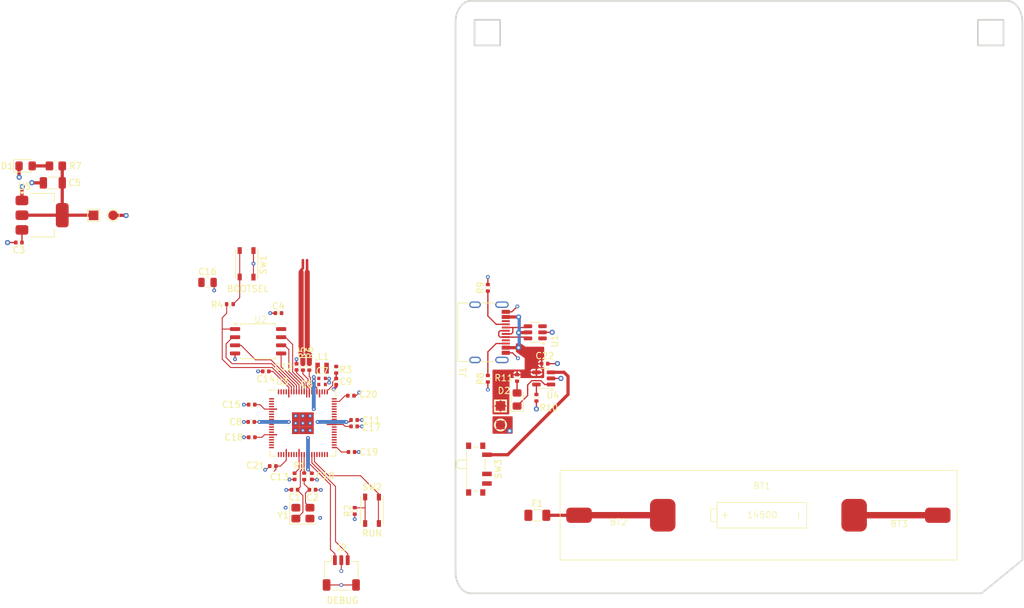
<source format=kicad_pcb>
(kicad_pcb (version 20241229) (generator "pcbnew") (generator_version "9.0")
  (layers (0 "F.Cu" signal) (2 "B.Cu" signal) (13 "F.Paste" user) (15 "B.Paste" user) (5 "F.SilkS" user "F.Silkscreen") (7 "B.SilkS" user "B.Silkscreen") (1 "F.Mask" user) (3 "B.Mask" user) (25 "Edge.Cuts" user))
  (net 0 "")
  (net 1 "/QSPI_SS")
  (net 2 "/VREG_AVDD")
  (net 3 "Net-(U3-USB_DP)")
  (net 4 "Net-(U3-USB_DM)")
  (net 5 "+1V1")
  (net 6 "Net-(C2-Pad1)")
  (net 7 "/QSPI_SCLK")
  (net 8 "/QSPI_SD0")
  (net 9 "/QSPI_SD2")
  (net 10 "/USB_D+")
  (net 11 "/USB_D-")
  (net 12 "/RUN")
  (net 13 "/SWD")
  (net 14 "/SWCLK")
  (net 15 "Net-(R2-Pad1)")
  (net 16 "/QSPI_SD3")
  (net 17 "/QSPI_SD1")
  (net 18 "/~{USB_BOOT}")
  (net 19 "GND")
  (net 20 "/XIN")
  (net 21 "/XOUT")
  (net 22 "+3V3")
  (net 23 "VBUS")
  (net 24 "/GPIO4")
  (net 25 "/GPIO5")
  (net 26 "/GPIO6")
  (net 27 "/GPIO7")
  (net 28 "/GPIO8")
  (net 29 "/GPIO9")
  (net 30 "/GPIO10")
  (net 31 "/GPIO11")
  (net 32 "/GPIO12")
  (net 33 "/GPIO13")
  (net 34 "/GPIO14")
  (net 35 "/GPIO15")
  (net 36 "/GPIO16")
  (net 37 "/GPIO17")
  (net 38 "/GPIO18")
  (net 39 "/GPIO19")
  (net 40 "/GPIO20")
  (net 41 "/GPIO21")
  (net 42 "/GPIO22")
  (net 43 "/GPIO23")
  (net 44 "/GPIO24")
  (net 45 "/GPIO25")
  (net 46 "/GPIO26")
  (net 47 "/GPIO27")
  (net 48 "/GPIO28")
  (net 49 "/GPIO29")
  (net 50 "/GPIO30")
  (net 51 "/GPIO31")
  (net 52 "/GPIO32")
  (net 53 "/GPIO33")
  (net 54 "/GPIO34")
  (net 55 "/GPIO35")
  (net 56 "/GPIO36")
  (net 57 "/GPIO37")
  (net 58 "/GPIO38")
  (net 59 "/GPIO39")
  (net 60 "/GPIO40_ADC0")
  (net 61 "/GPIO41_ADC1")
  (net 62 "/GPIO42_ADC2")
  (net 63 "/GPIO43_ADC3")
  (net 64 "/GPIO44_ADC4")
  (net 65 "/GPIO45_ADC5")
  (net 66 "/GPIO46_ADC6")
  (net 67 "/GPIO47_ADC7")
  (net 68 "/VREG_LX")
  (net 69 "/GPIO0")
  (net 70 "/GPIO1")
  (net 71 "/GPIO2")
  (net 72 "/GPIO3")
  (net 73 "+BATT")
  (net 74 "+3.3V")
  (net 75 "Net-(D1-A)")
  (net 76 "Net-(D2-A)")
  (net 77 "Net-(D2-K)")
  (net 78 "Net-(BT1-+)")
  (net 82 "Net-(J1-CC2)")
  (net 83 "Net-(J1-CC1)")
  (net 87 "Net-(U4-PROG)")
  (net 89 "Net-(SW3-A)")
  (footprint "Resistor_SMD:R_0402_1005Metric" (layer "F.Cu") (at 150.1 127.2 -90)
    (property "Reference" "R2")
    (property "Value" "1k")
  )
  (footprint "Resistor_SMD:R_0402_1005Metric" (layer "F.Cu") (at 143 104.7 -90)
    (property "Reference" "R6")
    (property "Value" "27")
  )
  (footprint "Capacitor_SMD:C_0402_1005Metric" (layer "F.Cu") (at 147.2 107 -90)
    (property "Reference" "C9")
    (property "Value" "4.7u")
  )
  (footprint "Capacitor_SMD:C_0805_2012Metric" (layer "F.Cu") (at 127.1 91.5)
    (property "Reference" "C16")
    (property "Value" "10u")
  )
  (footprint "Button_Switch_SMD:SW_Push_1P1T_NO_Vertical_Wuerth_434133025816" (layer "F.Cu") (at 133.2 88.6 -90)
    (property "Reference" "SW1")
    (property "Value" "SW_Push")
  )
  (footprint "Resistor_SMD:R_0402_1005Metric" (layer "F.Cu") (at 178.4875 109.525 -90)
    (property "Reference" "R10")
    (property "Value" "2K")
  )
  (footprint "Capacitor_SMD:C_0402_1005Metric" (layer "F.Cu") (at 133.92 113.3 180)
    (property "Reference" "C8")
    (property "Value" "100n")
  )
  (footprint "Capacitor_SMD:C_0402_1005Metric" (layer "F.Cu") (at 140.7 123.9 180)
    (property "Reference" "C1")
    (property "Value" "15p")
  )
  (footprint "Connector_USB:USB_C_Receptacle_G-Switch_GT-USB-7010ASV" (layer "F.Cu") (at 169.975 99.3 -90)
    (property "Reference" "J1")
    (property "Value" "USB_C_Receptacle_USB2.0")
  )
  (footprint "TestPoint:TestPoint_Pad_1.5x1.5mm" (layer "F.Cu") (at 172.875 110.8 90)
    (property "Reference" "TP1" (hide yes))
    (property "Value" "TestPoint")
  )
  (footprint "Capacitor_SMD:C_0402_1005Metric" (layer "F.Cu") (at 149.6 118)
    (property "Reference" "C19")
    (property "Value" "100n")
  )
  (footprint "Button_Switch_SMD:SW_Push_1P1T_NO_Vertical_Wuerth_434133025816" (layer "F.Cu") (at 152.8 127.1 90)
    (property "Reference" "SW2")
    (property "Value" "SW_Push")
  )
  (footprint "Resistor_SMD:R_0402_1005Metric" (layer "F.Cu") (at 147.2 105.15 -90)
    (property "Reference" "R3")
    (property "Value" "33")
  )
  (footprint "Resistor_SMD:R_0402_1005Metric" (layer "F.Cu") (at 142.2 121.8 90)
    (property "Reference" "R1")
    (property "Value" "1k")
  )
  (footprint "Capacitor_SMD:C_0402_1005Metric" (layer "F.Cu") (at 143.4 121.8 -90)
    (property "Reference" "C10")
    (property "Value" "4.7u")
  )
  (footprint "Capacitor_SMD:C_0402_1005Metric" (layer "F.Cu") (at 143.5 123.9)
    (property "Reference" "C2")
    (property "Value" "15p")
  )
  (footprint "Button_Switch_SMD:SW_SPDT_PCM12" (layer "F.Cu") (at 169.325 120.675 -90)
    (property "Reference" "SW3")
    (property "Value" "POWER")
  )
  (footprint "Fuse:Fuse_1206_3216Metric" (layer "F.Cu") (at 178.63 127.89)
    (property "Reference" "F1")
    (property "Value" "Fuse")
  )
  (footprint "TestPoint:TestPoint_Pad_1.5x1.5mm" (layer "F.Cu") (at 109.3 81.025)
    (property "Reference" "TP3" (hide yes))
    (property "Value" "TestPoint")
  )
  (footprint "Capacitor_SMD:C_0402_1005Metric" (layer "F.Cu") (at 140.7 121.8 -90)
    (property "Reference" "C13")
    (property "Value" "100n")
  )
  (footprint "RuffLabs:MY-AA-04" (layer "F.Cu") (at 213.625 127.875)
    (property "Reference" "BT1")
    (property "Value" "Battery")
  )
  (footprint "Capacitor_SMD:C_0402_1005Metric" (layer "F.Cu") (at 97.625 85.275 180)
    (property "Reference" "C3")
    (property "Value" "0.1uF")
  )
  (footprint "Capacitor_SMD:C_0402_1005Metric" (layer "F.Cu") (at 150 114)
    (property "Reference" "C17")
    (property "Value" "100n")
  )
  (footprint "Capacitor_SMD:C_0402_1005Metric" (layer "F.Cu") (at 138.185 96.3 180)
    (property "Reference" "C4")
    (property "Value" "100n")
  )
  (footprint "Package_TO_SOT_SMD:SOT-23-6" (layer "F.Cu") (at 178.3 99.3 180)
    (property "Reference" "U1")
    (property "Value" "USBLC6-2SC6")
  )
  (footprint "RuffLabs:MY-AA-04_BT1A" (layer "F.Cu") (at 212.77 127.99)
    (property "Reference" "BT2")
    (property "Value" "Battery_Clip_+" (hide yes))
  )
  (footprint "Capacitor_SMD:C_0402_1005Metric" (layer "F.Cu") (at 137.3 120.2 180)
    (property "Reference" "C21")
    (property "Value" "100n")
  )
  (footprint "Resistor_SMD:R_0402_1005Metric" (layer "F.Cu") (at 142 104.7 -90)
    (property "Reference" "R5")
    (property "Value" "27")
  )
  (footprint "Capacitor_SMD:C_0402_1005Metric" (layer "F.Cu") (at 141 104.7 90)
    (property "Reference" "C12")
    (property "Value" "100n")
  )
  (footprint "Capacitor_SMD:C_0402_1005Metric" (layer "F.Cu") (at 134.02 115.7 180)
    (property "Reference" "C18")
    (property "Value" "100n")
  )
  (footprint "RP2350_80QFN_minimal:L_pol_2016" (layer "F.Cu") (at 145 104.9)
    (property "Reference" "L1")
    (property "Value" "3.3u")
  )
  (footprint "LED_SMD:LED_0805_2012Metric_Pad1.15x1.40mm_HandSolder" (layer "F.Cu") (at 98.675 73.3)
    (property "Reference" "D1")
    (property "Value" "POWER")
  )
  (footprint "Package_TO_SOT_SMD:SOT-223-3_TabPin2" (layer "F.Cu") (at 101.25 81)
    (property "Reference" "U5")
    (property "Value" "TLV1117LV-33")
  )
  (footprint "Resistor_SMD:R_0402_1005Metric" (layer "F.Cu") (at 170.9 106.55 90)
    (property "Reference" "R8")
    (property "Value" "5.1K")
  )
  (footprint "LED_SMD:LED_0805_2012Metric_Pad1.15x1.40mm_HandSolder" (layer "F.Cu") (at 175.4625 109.8 90)
    (property "Reference" "D2")
    (property "Value" "CHARGING")
  )
  (footprint "Connector_JST:JST_SH_SM03B-SRSS-TB_1x03-1MP_P1.00mm_Horizontal" (layer "F.Cu") (at 148 136.9)
    (property "Reference" "J2")
    (property "Value" "SM03B-SRSS-TB")
  )
  (footprint "Resistor_SMD:R_0805_2012Metric_Pad1.20x1.40mm_HandSolder" (layer "F.Cu") (at 103.4 73.3 180)
    (property "Reference" "R7")
    (property "Value" "1K")
  )
  (footprint "Capacitor_SMD:C_0402_1005Metric" (layer "F.Cu") (at 149.5 109.2)
    (property "Reference" "C20")
    (property "Value" "100n")
  )
  (footprint "RP2350_80QFN_minimal:RP2350-QFN-80-1EP_10x10_P0.4mm_EP3.4x3.4mm_ThermalVias" (layer "F.Cu") (at 141.9965 113.5)
    (property "Reference" "U3")
    (property "Value" "RP2350_80QFN")
  )
  (footprint "Crystal:Crystal_SMD_3225-4Pin_3.2x2.5mm" (layer "F.Cu") (at 142 127.55)
    (property "Reference" "Y1")
    (property "Value" "ABM8-272-T3")
  )
  (footprint "Package_TO_SOT_SMD:TSOT-23-5" (layer "F.Cu") (at 179.625 106.5 180)
    (property "Reference" "U4")
    (property "Value" "ME4054BM5G-N")
  )
  (footprint "Package_SO:SOIC-8_5.23x5.23mm_P1.27mm" (layer "F.Cu") (at 135.4 100.805)
    (property "Reference" "U2")
    (property "Value" "W25Q128JVS")
  )
  (footprint "TestPoint:TestPoint_Pad_D1.5mm" (layer "F.Cu") (at 172.875 113.775 90)
    (property "Reference" "TP2" (hide yes))
    (property "Value" "TestPoint")
  )
  (footprint "Capacitor_SMD:C_0402_1005Metric" (layer "F.Cu") (at 150 113)
    (property "Reference" "C11")
    (property "Value" "100n")
  )
  (footprint "Capacitor_SMD:C_0402_1005Metric" (layer "F.Cu") (at 136.2 105.4 180)
    (property "Reference" "C14")
    (property "Value" "100n")
  )
  (footprint "Capacitor_SMD:C_1206_3216Metric" (layer "F.Cu") (at 102.925 75.95 180)
    (property "Reference" "C5")
    (property "Value" "100uF")
  )
  (footprint "RuffLabs:MY-AA-04_BT1B" (layer "F.Cu") (at 212.77 127.99)
    (property "Reference" "BT3")
    (property "Value" "Battery_Clip_-" (hide yes))
  )
  (footprint "RP2350_80QFN_minimal:C_0402_1005Metric_small_pads" (layer "F.Cu") (at 145 107.45)
    (property "Reference" "C6")
    (property "Value" "4.7u")
  )
  (footprint "Resistor_SMD:R_0402_1005Metric" (layer "F.Cu") (at 175.4625 106.425 -90)
    (property "Reference" "R11")
    (property "Value" "1K")
  )
  (footprint "TestPoint:TestPoint_Pad_D1.5mm" (layer "F.Cu") (at 112.35 81.025)
    (property "Reference" "TP4" (hide yes))
    (property "Value" "TestPoint")
  )
  (footprint "Capacitor_SMD:C_0402_1005Metric" (layer "F.Cu") (at 179.7825 104.2)
    (property "Reference" "C22")
    (property "Value" "1uF")
  )
  (footprint "Resistor_SMD:R_0402_1005Metric" (layer "F.Cu") (at 170.9 92.34 90)
    (property "Reference" "R9")
    (property "Value" "5.1K")
  )
  (footprint "RP2350_80QFN_minimal:C_0402_1005Metric_small_pads" (layer "F.Cu") (at 145 106.5)
    (property "Reference" "C7")
    (property "Value" "4.7u")
  )
  (footprint "Capacitor_SMD:C_0402_1005Metric" (layer "F.Cu") (at 134 110.6 180)
    (property "Reference" "C15")
    (property "Value" "100n")
  )
  (footprint "Resistor_SMD:R_0402_1005Metric" (layer "F.Cu") (at 130.6 94.9)
    (property "Reference" "R4")
    (property "Value" "1k")
  )
  (footprint "RuffLabs:Floppy_Outline" (layer "B.Cu") (at 254.425 81.9 180)
    (property "Reference" "REF**" (hide yes))
    (property "Value" "Floppy_Outline" (hide yes))
    (fp_poly (pts (xy 85.610119 27.425866) (xy 81.610126 27.425866) (xy 81.610126 31.425862) (xy 85.610119 31.425862)) (stroke (width 0.264583) (color 0 0 85 1)) (fill no) (layer "Edge.Cuts"))
    (fp_poly (pts (xy 6.963013 27.426652) (xy 2.963013 27.426652) (xy 2.963013 31.426652) (xy 6.963013 31.426652)) (stroke (width 0.264583) (color 0 0 85 1)) (fill no) (layer "Edge.Cuts"))
    (fp_poly (pts (xy 2.425972 34.39) (xy 86.152378 34.39) (xy 86.277218 34.385664) (xy 86.400419 34.372795) (xy 86.521828 34.351603) (xy 86.641294 34.322298) (xy 86.758664 34.285087) (xy 86.873786 34.240182) (xy 86.986506 34.187791) (xy 87.096673 34.128124) (xy 87.204134 34.061389) (xy 87.308738 33.987797) (xy 87.41033 33.907557) (xy 87.508759 33.820879) (xy 87.603873 33.72797) (xy 87.695519 33.629042) (xy 87.783544 33.524303) (xy 87.867797 33.413963) (xy 87.948124 33.29823) (xy 88.024374 33.177316) (xy 88.096393 33.051428) (xy 88.16403 32.920776) (xy 88.227132 32.785571) (xy 88.285547 32.646019) (xy 88.339122 32.502333) (xy 88.387704 32.35472) (xy 88.431142 32.20339) (xy 88.469283 32.048553) (xy 88.501974 31.890418) (xy 88.529063 31.729194) (xy 88.550397 31.565091) (xy 88.565825 31.398318) (xy 88.575193 31.229084) (xy 88.57835 31.057599) (xy 88.57835 -54.855941) (xy 88.565825 -55.19666) (xy 88.529063 -55.527537) (xy 88.469283 -55.846896) (xy 88.387704 -56.153063) (xy 88.285547 -56.444362) (xy 88.16403 -56.719119) (xy 88.024374 -56.975658) (xy 87.867797 -57.212304) (xy 87.695519 -57.427383) (xy 87.603873 -57.526311) (xy 87.508759 -57.619219) (xy 87.41033 -57.705898) (xy 87.308738 -57.786137) (xy 87.204134 -57.859729) (xy 87.096673 -57.926463) (xy 86.986506 -57.98613) (xy 86.873786 -58.038521) (xy 86.758664 -58.083426) (xy 86.641294 -58.120636) (xy 86.521828 -58.149942) (xy 86.400419 -58.171134) (xy 86.277218 -58.184002) (xy 86.152378 -58.188338) (xy 6.411289 -58.188338) (xy 0 -52.963637) (xy 0 31.057607) (xy 0.012525 31.398325) (xy 0.049287 31.729201) (xy 0.109067 32.048559) (xy 0.190645 32.354726) (xy 0.292802 32.646025) (xy 0.414318 32.920781) (xy 0.553974 33.17732) (xy 0.71055 33.413967) (xy 0.882828 33.629046) (xy 0.974474 33.727974) (xy 1.069587 33.820883) (xy 1.168017 33.907561) (xy 1.269609 33.987801) (xy 1.374212 34.061393) (xy 1.481674 34.128128) (xy 1.591841 34.187795) (xy 1.704562 34.240186) (xy 1.819683 34.285091) (xy 1.937054 34.322301) (xy 2.05652 34.351607) (xy 2.17793 34.372799) (xy 2.301132 34.385668) (xy 2.425972 34.390004)) (stroke (width 0.264583) (color 0 0 85 1)) (fill no) (layer "Edge.Cuts"))
  )
  (gr_text "RUN" (at 152.8 130.7 0) (layer "F.SilkS") (effects (font (size 1 1))))
  (gr_text "BOOTSEL" (at 133.4 92.5 0) (layer "F.SilkS") (effects (font (size 1 1))))
  (gr_text "DEBUG" (at 148.2 141.2 0) (layer "F.SilkS") (effects (font (size 1 1))))
  (segment (start 140.2 107.8) (end 137.2 104.8) (width 0.15) (layer "F.Cu") (net 1))
  (segment (start 140.2 108.6035) (end 140.2 107.8) (width 0.15) (layer "F.Cu") (net 1))
  (segment (start 130.7 104.8) (end 129.4 103.5) (width 0.15) (layer "F.Cu") (net 1))
  (segment (start 129.4 97.02) (end 130.09 96.33) (width 0.15) (layer "F.Cu") (net 1))
  (segment (start 129.4 98.8) (end 129.4 97.02) (width 0.15) (layer "F.Cu") (net 1))
  (segment (start 129.405 98.795) (end 129.4 98.8) (width 0.15) (layer "F.Cu") (net 1))
  (segment (start 129.4 103.5) (end 129.4 98.8) (width 0.15) (layer "F.Cu") (net 1))
  (segment (start 130.09 96.33) (end 130.09 94.9) (width 0.15) (layer "F.Cu") (net 1))
  (segment (start 131.4 98.795) (end 129.405 98.795) (width 0.15) (layer "F.Cu") (net 1))
  (segment (start 137.2 104.8) (end 130.7 104.8) (width 0.15) (layer "F.Cu") (net 1))
  (segment (start 147.2 105.66) (end 147.2 106.52) (width 0.2) (layer "F.Cu") (net 2))
  (segment (start 146.64 107.08) (end 147.2 106.52) (width 0.15) (layer "F.Cu") (net 2))
  (segment (start 146.64 107.61) (end 146.64 107.08) (width 0.15) (layer "F.Cu") (net 2))
  (segment (start 145.8 108.45) (end 146.64 107.61) (width 0.15) (layer "F.Cu") (net 2))
  (segment (start 145.8 108.6035) (end 145.8 108.5) (width 0.2) (layer "F.Cu") (net 2))
  (segment (start 143.4 108.6035) (end 143.4 108.05) (width 0.15) (layer "F.Cu") (net 3))
  (segment (start 142.8 106.6) (end 142 105.8) (width 0.15) (layer "F.Cu") (net 3))
  (segment (start 142.8 107.45) (end 142.8 106.6) (width 0.15) (layer "F.Cu") (net 3))
  (segment (start 143.4 108.05) (end 142.8 107.45) (width 0.15) (layer "F.Cu") (net 3))
  (segment (start 142 105.8) (end 142 105.21) (width 0.15) (layer "F.Cu") (net 3))
  (segment (start 143.775 108) (end 143.775 108.5785) (width 0.15) (layer "F.Cu") (net 4))
  (segment (start 143 105.21) (end 143 106.2) (width 0.15) (layer "F.Cu") (net 4))
  (segment (start 143.775 108.5785) (end 143.8 108.6035) (width 0.15) (layer "F.Cu") (net 4))
  (segment (start 143.175 106.375) (end 143.175 107.4) (width 0.15) (layer "F.Cu") (net 4))
  (segment (start 143.175 107.4) (end 143.775 108) (width 0.15) (layer "F.Cu") (net 4))
  (segment (start 143 106.2) (end 143.175 106.375) (width 0.15) (layer "F.Cu") (net 4))
  (segment (start 142.6 118.3965) (end 142.6 120.52) (width 0.15) (layer "F.Cu") (net 5))
  (segment (start 135.2 113.3) (end 137.1035 113.3) (width 0.2) (layer "F.Cu") (net 5))
  (segment (start 146.8965 113.3) (end 148.8 113.3) (width 0.15) (layer "F.Cu") (net 5))
  (segment (start 144.175 108.5785) (end 144.175 108) (width 0.15) (layer "F.Cu") (net 5))
  (segment (start 143.9 106.5) (end 143.7 106.3) (width 0.15) (layer "F.Cu") (net 5))
  (segment (start 143.4 121.32) (end 142.8 120.72) (width 0.15) (layer "F.Cu") (net 5))
  (segment (start 144.175 108) (end 144.075 107.9) (width 0.15) (layer "F.Cu") (net 5))
  (segment (start 143.9 107.700736) (end 143.9 106.5) (width 0.15) (layer "F.Cu") (net 5))
  (segment (start 149.22 113.3) (end 149.52 113) (width 0.2) (layer "F.Cu") (net 5))
  (segment (start 144.075 107.875736) (end 143.9 107.700736) (width 0.15) (layer "F.Cu") (net 5))
  (segment (start 144.2 108.6035) (end 144.175 108.5785) (width 0.15) (layer "F.Cu") (net 5))
  (segment (start 144.075 107.9) (end 144.075 107.875736) (width 0.15) (layer "F.Cu") (net 5))
  (segment (start 142.6 120.52) (end 142.8 120.72) (width 0.15) (layer "F.Cu") (net 5))
  (segment (start 148.8 113.3) (end 149.22 113.3) (width 0.2) (layer "F.Cu") (net 5))
  (segment (start 134.48 113.3) (end 135.2 113.3) (width 0.15) (layer "F.Cu") (net 5))
  (via (at 144.3 113.3) (size 0.6) (drill 0.25) (layers "F.Cu" "B.Cu") (net 5))
  (via (at 142.8 115.8) (size 0.6) (drill 0.25) (layers "F.Cu" "B.Cu") (net 5))
  (via (at 142.8 120.72) (size 0.6) (drill 0.25) (layers "F.Cu" "B.Cu") (net 5))
  (via (at 143.7 111.3) (size 0.6) (drill 0.25) (layers "F.Cu" "B.Cu") (net 5))
  (via (at 148.8 113.3) (size 0.6) (drill 0.25) (layers "F.Cu" "B.Cu") (net 5))
  (via (at 143.7 106.3) (size 0.6) (drill 0.25) (layers "F.Cu" "B.Cu") (net 5))
  (via (at 143.7 106.9) (size 0.6) (drill 0.25) (layers "F.Cu" "B.Cu") (net 5))
  (via (at 139.8 113.3) (size 0.6) (drill 0.25) (layers "F.Cu" "B.Cu") (net 5))
  (via (at 135.2 113.3) (size 0.6) (drill 0.25) (layers "F.Cu" "B.Cu") (net 5))
  (segment (start 143.7 106.9) (end 143.7 111.3) (width 0.6) (layer "B.Cu") (net 5))
  (segment (start 139.8 113.3) (end 135.2 113.3) (width 0.6) (layer "B.Cu") (net 5))
  (segment (start 142.8 115.8) (end 142.8 120.72) (width 0.6) (layer "B.Cu") (net 5))
  (segment (start 144.3 113.3) (end 148.8 113.3) (width 0.6) (layer "B.Cu") (net 5))
  (segment (start 143.11 123.92) (end 142.9125 123.92) (width 0.15) (layer "F.Cu") (net 6))
  (segment (start 142.4 125.95) (end 143.1 126.65) (width 0.15) (layer "F.Cu") (net 6))
  (segment (start 142.2 122.285) (end 142.2 123.005) (width 0.15) (layer "F.Cu") (net 6))
  (segment (start 142.4 124.4325) (end 142.4 125.95) (width 0.15) (layer "F.Cu") (net 6))
  (segment (start 142.2 123.005) (end 143.115 123.92) (width 0.15) (layer "F.Cu") (net 6))
  (segment (start 142.9125 123.92) (end 142.4 124.4325) (width 0.15) (layer "F.Cu") (net 6))
  (segment (start 139.8 105.4) (end 139.8 102) (width 0.15) (layer "F.Cu") (net 7))
  (segment (start 139.8 102) (end 139.135 101.335) (width 0.15) (layer "F.Cu") (net 7))
  (segment (start 139.135 101.335) (end 138.6 101.335) (width 0.15) (layer "F.Cu") (net 7))
  (segment (start 141.8 108.6035) (end 141.8 107.4) (width 0.15) (layer "F.Cu") (net 7))
  (segment (start 141.8 107.4) (end 139.8 105.4) (width 0.15) (layer "F.Cu") (net 7))
  (segment (start 138.6 104.7) (end 138.6 102.605) (width 0.15) (layer "F.Cu") (net 8))
  (segment (start 141.4 108.6035) (end 141.4 107.5) (width 0.15) (layer "F.Cu") (net 8))
  (segment (start 141.4 107.5) (end 138.6 104.7) (width 0.15) (layer "F.Cu") (net 8))
  (segment (start 137 103.6) (end 141 107.6) (width 0.15) (layer "F.Cu") (net 9))
  (segment (start 141 107.6) (end 141 108.6035) (width 0.15) (layer "F.Cu") (net 9))
  (segment (start 132.7 101.7) (end 132.335 101.335) (width 0.15) (layer "F.Cu") (net 9))
  (segment (start 132.335 101.335) (end 131.4 101.335) (width 0.15) (layer "F.Cu") (net 9))
  (segment (start 134.6 103.6) (end 137 103.6) (width 0.15) (layer "F.Cu") (net 9))
  (segment (start 132.7 101.7) (end 134.6 103.6) (width 0.15) (layer "F.Cu") (net 9))
  (segment (start 141.725 89.575) (end 141.725 89.9) (width 0.4) (layer "F.Cu") (net 10))
  (segment (start 142 88.025) (end 142 89.3) (width 0.4) (layer "F.Cu") (net 10))
  (segment (start 141.725 102.925) (end 142 103.2) (width 0.8) (layer "F.Cu") (net 10))
  (segment (start 177.2 100.2) (end 177.05 100.05) (width 0.2) (layer "F.Cu") (net 10))
  (segment (start 142 89.3) (end 141.725 89.575) (width 0.4) (layer "F.Cu") (net 10))
  (segment (start 142 103.2) (end 142 104.19) (width 0.8) (layer "F.Cu") (net 10))
  (segment (start 141.725 89.9) (end 141.725 102.925) (width 0.8) (layer "F.Cu") (net 10))
  (segment (start 177.05 100.05) (end 173.7 100.05) (width 0.2) (layer "F.Cu") (net 10))
  (segment (start 172.828 99.05) (end 172.6 99.278) (width 0.2) (layer "F.Cu") (net 10))
  (segment (start 172.6 99.822) (end 172.828 100.05) (width 0.2) (layer "F.Cu") (net 10))
  (segment (start 173.7 99.05) (end 172.828 99.05) (width 0.2) (layer "F.Cu") (net 10))
  (segment (start 172.6 99.278) (end 172.6 99.822) (width 0.2) (layer "F.Cu") (net 10))
  (segment (start 172.828 100.05) (end 173.7 100.05) (width 0.2) (layer "F.Cu") (net 10))
  (segment (start 173.7 99.55) (end 174.572 99.55) (width 0.2) (layer "F.Cu") (net 11))
  (segment (start 174.7 98.55) (end 173.7 98.55) (width 0.2) (layer "F.Cu") (net 11))
  (segment (start 142.65 89.875) (end 142.675 89.9) (width 0.4) (layer "F.Cu") (net 11))
  (segment (start 143 102.8) (end 143 104.19) (width 0.8) (layer "F.Cu") (net 11))
  (segment (start 142.675 89.9) (end 142.675 102.475) (width 0.8) (layer "F.Cu") (net 11))
  (segment (start 177.2 98.3) (end 176.95 98.55) (width 0.2) (layer "F.Cu") (net 11))
  (segment (start 142.675 102.475) (end 143 102.8) (width 0.8) (layer "F.Cu") (net 11))
  (segment (start 176.95 98.55) (end 174.7 98.55) (width 0.2) (layer "F.Cu") (net 11))
  (segment (start 142.65 88.025) (end 142.65 89.875) (width 0.4) (layer "F.Cu") (net 11))
  (segment (start 174.8 99.322) (end 174.8 98.65) (width 0.2) (layer "F.Cu") (net 11))
  (segment (start 174.572 99.55) (end 174.8 99.322) (width 0.2) (layer "F.Cu") (net 11))
  (segment (start 143.8 119.5) (end 146 121.7) (width 0.15) (layer "F.Cu") (net 12))
  (segment (start 143.8 118.3965) (end 143.8 119.5) (width 0.15) (layer "F.Cu") (net 12))
  (segment (start 146 121.7) (end 151 121.7) (width 0.15) (layer "F.Cu") (net 12))
  (segment (start 153.8 129.175) (end 153.8 125.05) (width 0.15) (layer "F.Cu") (net 12))
  (segment (start 151 121.7) (end 153.8 124.5) (width 0.15) (layer "F.Cu") (net 12))
  (segment (start 153.8 124.5) (end 153.8 125.05) (width 0.15) (layer "F.Cu") (net 12))
  (segment (start 149 133.9) (end 149 134.9) (width 0.15) (layer "F.Cu") (net 13))
  (segment (start 147.1 132) (end 149 133.9) (width 0.15) (layer "F.Cu") (net 13))
  (segment (start 143.4 118.3965) (end 143.4 119.687868) (width 0.15) (layer "F.Cu") (net 13))
  (segment (start 143.4 119.687868) (end 147.1 123.387868) (width 0.15) (layer "F.Cu") (net 13))
  (segment (start 147.1 123.387868) (end 147.1 132) (width 0.15) (layer "F.Cu") (net 13))
  (segment (start 143 119.8) (end 146.3 123.1) (width 0.15) (layer "F.Cu") (net 14))
  (segment (start 143 118.3965) (end 143 119.8) (width 0.15) (layer "F.Cu") (net 14))
  (segment (start 147 133.9) (end 147 134.9) (width 0.15) (layer "F.Cu") (net 14))
  (segment (start 146.3 133.2) (end 147 133.9) (width 0.15) (layer "F.Cu") (net 14))
  (segment (start 146.3 123.1) (end 146.3 133.2) (width 0.15) (layer "F.Cu") (net 14))
  (segment (start 150.1 126.72) (end 151.705 126.72) (width 0.15) (layer "F.Cu") (net 15))
  (segment (start 151.705 126.72) (end 151.725 126.7) (width 0.15) (layer "F.Cu") (net 15))
  (segment (start 151.725 125.025) (end 151.725 126.7) (width 0.15) (layer "F.Cu") (net 15))
  (segment (start 151.725 126.7) (end 151.725 129.175) (width 0.15) (layer "F.Cu") (net 15))
  (segment (start 140.4 105.5) (end 140.4 101.2) (width 0.15) (layer "F.Cu") (net 16))
  (segment (start 142.2 107.3) (end 140.4 105.5) (width 0.15) (layer "F.Cu") (net 16))
  (segment (start 139.265 100.065) (end 138.6 100.065) (width 0.15) (layer "F.Cu") (net 16))
  (segment (start 142.2 108.6035) (end 142.2 107.3) (width 0.15) (layer "F.Cu") (net 16))
  (segment (start 140.4 101.2) (end 139.265 100.065) (width 0.15) (layer "F.Cu") (net 16))
  (segment (start 137.1 104.2) (end 130.95 104.2) (width 0.15) (layer "F.Cu") (net 17))
  (segment (start 140.6 108.6035) (end 140.6 107.7) (width 0.15) (layer "F.Cu") (net 17))
  (segment (start 131.035 100.065) (end 131.4 100.065) (width 0.15) (layer "F.Cu") (net 17))
  (segment (start 140.6 107.7) (end 137.1 104.2) (width 0.15) (layer "F.Cu") (net 17))
  (segment (start 130.95 104.2) (end 130 103.25) (width 0.15) (layer "F.Cu") (net 17))
  (segment (start 130 103.25) (end 130 101.1) (width 0.15) (layer "F.Cu") (net 17))
  (segment (start 130 101.1) (end 131.035 100.065) (width 0.15) (layer "F.Cu") (net 17))
  (segment (start 132.125 93.885) (end 132.125 90.75) (width 0.15) (layer "F.Cu") (net 18))
  (segment (start 132.125 90.75) (end 132.125 86.625) (width 0.15) (layer "F.Cu") (net 18))
  (segment (start 131.11 94.9) (end 132.125 93.885) (width 0.15) (layer "F.Cu") (net 18))
  (segment (start 114.35 81.025) (end 114.375 81.05) (width 0.5) (layer "F.Cu") (net 19))
  (segment (start 139.9 122.3) (end 140.68 122.3) (width 0.15) (layer "F.Cu") (net 19))
  (segment (start 175.5 95.25) (end 174.65 96.1) (width 0.2) (layer "F.Cu") (net 19))
  (segment (start 97.145 85.275) (end 95.85 85.275) (width 0.2) (layer "F.Cu") (net 19))
  (segment (start 131.4 103.5) (end 131.4 102.605) (width 0.2) (layer "F.Cu") (net 19))
  (segment (start 179.4375 99.3) (end 180.95 99.3) (width 0.2) (layer "F.Cu") (net 19))
  (segment (start 144.8 123.92) (end 144.08 123.92) (width 0.15) (layer "F.Cu") (net 19))
  (segment (start 134.275 90.775) (end 134.275 86.625) (width 0.15) (layer "F.Cu") (net 19))
  (segment (start 134.275 88.575) (end 134.275 86.625) (width 0.15) (layer "F.Cu") (net 19))
  (segment (start 144.16 122.28) (end 144.2 122.32) (width 0.15) (layer "F.Cu") (net 19))
  (segment (start 136.9 96.3) (end 137.375 96.3) (width 0.2) (layer "F.Cu") (net 19))
  (segment (start 174.65 96.1) (end 173.7 96.1) (width 0.2) (layer "F.Cu") (net 19))
  (segment (start 98.1 76.6) (end 98.15 76.55) (width 0.5) (layer "F.Cu") (net 19))
  (segment (start 149.98 118) (end 150.715 118) (width 0.15) (layer "F.Cu") (net 19))
  (segment (start 137.405 96.33) (end 137.7 96.33) (width 0.2) (layer "F.Cu") (net 19))
  (segment (start 170.9 107.06) (end 170.9 108.25) (width 0.2) (layer "F.Cu") (net 19))
  (segment (start 150.485 114) (end 151.22 114) (width 0.15) (layer "F.Cu") (net 19))
  (segment (start 150.1 127.68) (end 150.1 128.5) (width 0.15) (layer "F.Cu") (net 19))
  (segment (start 145.7 138.775) (end 148 138.775) (width 0.15) (layer "F.Cu") (net 19))
  (segment (start 140.14 123.92) (end 139.4 123.92) (width 0.2) (layer "F.Cu") (net 19))
  (segment (start 148 134.9) (end 148 136.6) (width 0.15) (layer "F.Cu") (net 19))
  (segment (start 150.48 113) (end 151.22 113) (width 0.15) (layer "F.Cu") (net 19))
  (segment (start 141 104.22) (end 141 103.5) (width 0.2) (layer "F.Cu") (net 19))
  (segment (start 98.1 78.7) (end 98.1 76.6) (width 0.5) (layer "F.Cu") (net 19))
  (segment (start 174.75 102.5) (end 175.6 103.35) (width 0.2) (layer "F.Cu") (net 19))
  (segment (start 136.2445 120.7755) (end 136.82 120.2) (width 0.15) (layer "F.Cu") (net 19))
  (segment (start 150.3 138.775) (end 148 138.775) (width 0.15) (layer "F.Cu") (net 19))
  (segment (start 147.2 107.8) (end 146.8 108.2) (width 0.4) (layer "F.Cu") (net 19))
  (segment (start 112.35 81.025) (end 114.35 81.025) (width 0.5) (layer "F.Cu") (net 19))
  (segment (start 180.7625 106.5) (end 182.3125 106.5) (width 0.2) (layer "F.Cu") (net 19))
  (segment (start 228.125 127.875) (end 241.185 127.875) (width 1) (layer "F.Cu") (net 19))
  (segment (start 97.65 73.3) (end 97.65 75.05) (width 0.5) (layer "F.Cu") (net 19))
  (segment (start 147.2 107.48) (end 147.2 107.8) (width 0.4) (layer "F.Cu") (net 19))
  (segment (start 170.9 91.83) (end 170.9 90.65) (width 0.2) (layer "F.Cu") (net 19))
  (segment (start 173.7 102.5) (end 174.75 102.5) (width 0.2) (layer "F.Cu") (net 19))
  (segment (start 132.8 115.7) (end 133.52 115.7) (width 0.15) (layer "F.Cu") (net 19))
  (segment (start 149.975 109.2) (end 150.3 109.2) (width 0.15) (layer "F.Cu") (net 19))
  (segment (start 137.375 96.3) (end 137.405 96.33) (width 0.2) (layer "F.Cu") (net 19))
  (segment (start 241.185 127.875) (end 241.2 127.89) (width 1) (layer "F.Cu") (net 19))
  (segment (start 135.72 105.4) (end 135 105.4) (width 0.15) (layer "F.Cu") (net 19))
  (segment (start 150.3 109.2) (end 150.8 108.7) (width 0.15) (layer "F.Cu") (net 19))
  (segment (start 180.2625 104.2) (end 181.7375 104.2) (width 0.2) (layer "F.Cu") (net 19))
  (segment (start 140.68 122.3) (end 140.7 122.28) (width 0.15) (layer "F.Cu") (net 19))
  (segment (start 97.65 75.05) (end 97.675 75.075) (width 0.5) (layer "F.Cu") (net 19))
  (segment (start 136.1 120.7755) (end 136.2445 120.7755) (width 0.15) (layer "F.Cu") (net 19))
  (segment (start 132.785 110.6) (end 133.52 110.6) (width 0.15) (layer "F.Cu") (net 19))
  (segment (start 99.675 75.95) (end 99.65 75.925) (width 0.5) (layer "F.Cu") (net 19))
  (segment (start 132.78 113.3) (end 133.52 113.3) (width 0.15) (layer "F.Cu") (net 19))
  (segment (start 143.4 122.28) (end 144.16 122.28) (width 0.15) (layer "F.Cu") (net 19))
  (segment (start 178.4875 110.035) (end 178.4875 111.275) (width 0.2) (layer "F.Cu") (net 19))
  (segment (start 128.14 91.5) (end 128.14 92.75) (width 0.15) (layer "F.Cu") (net 19))
  (segment (start 101.45 75.95) (end 99.675 75.95) (width 0.5) (layer "F.Cu") (net 19))
  (via (at 99.65 75.925) (size 0.8) (drill 0.4) (layers "F.Cu" "B.Cu") (net 19))
  (via (at 139.3 126.7) (size 0.6) (drill 0.25) (layers "F.Cu" "B.Cu") (net 19))
  (via (at 146.1 107.15) (size 0.6) (drill 0.25) (layers "F.Cu" "B.Cu") (net 19))
  (via (at 95.85 85.275) (size 0.8) (drill 0.4) (layers "F.Cu" "B.Cu") (net 19))
  (via (at 144.7 128.3) (size 0.6) (drill 0.25) (layers "F.Cu" "B.Cu") (net 19))
  (via (at 132.8 115.7) (size 0.6) (drill 0.25) (layers "F.Cu" "B.Cu") (net 19))
  (via (at 98.15 76.55) (size 0.8) (drill 0.4) (layers "F.Cu" "B.Cu") (net 19))
  (via (at 148 136.6) (size 0.6) (drill 0.35) (layers "F.Cu" "B.Cu") (net 19))
  (via (at 136.9 96.3) (size 0.6) (drill 0.25) (layers "F.Cu" "B.Cu") (net 19))
  (via (at 131.4 103.5) (size 0.6) (drill 0.25) (layers "F.Cu" "B.Cu") (net 19))
  (via (at 174.3 114.7) (size 0.8) (drill 0.4) (layers "F.Cu" "B.Cu") (net 19))
  (via (at 182.3125 106.5) (size 0.8) (drill 0.4) (layers "F.Cu" "B.Cu") (net 19))
  (via (at 139.9 122.3) (size 0.6) (drill 0.25) (layers "F.Cu" "B.Cu") (net 19))
  (via (at 151.22 113) (size 0.6) (drill 0.25) (layers "F.Cu" "B.Cu") (net 19))
  (via (at 132.785 110.6) (size 0.6) (drill 0.25) (layers "F.Cu" "B.Cu") (net 19))
  (via (at 132.78 113.3) (size 0.6) (drill 0.25) (layers "F.Cu" "B.Cu") (net 19))
  (via (at 146.1 106.55) (size 0.6) (drill 0.25) (layers "F.Cu" "B.Cu") (net 19))
  (via (at 144.2 122.32) (size 0.6) (drill 0.25) (layers "F.Cu" "B.Cu") (net 19))
  (via (at 141 103.5) (size 0.6) (drill 0.25) (layers "F.Cu" "B.Cu") (net 19))
  (via (at 150.1 128.5) (size 0.6) (drill 0.25) (layers "F.Cu" "B.Cu") (net 19))
  (via (at 170.9 108.25) (size 0.6) (drill 0.3) (layers "F.Cu" "B.Cu") (net 19))
  (via (at 175.5 95.25) (size 0.6) (drill 0.3) (layers "F.Cu" "B.Cu") (net 19))
  (via (at 114.375 81.05) (size 0.8) (drill 0.4) (layers "F.Cu" "B.Cu") (net 19))
  (via (at 180.95 99.3) (size 0.8) (drill 0.4) (layers "F.Cu" "B.Cu") (net 19))
  (via (at 139.4 123.92) (size 0.6) (drill 0.25) (layers "F.Cu" "B.Cu") (net 19))
  (via (at 134.275 88.575) (size 0.6) (drill 0.25) (layers "F.Cu" "B.Cu") (net 19))
  (via (at 146.8 108.2) (size 0.6) (drill 0.25) (layers "F.Cu" "B.Cu") (net 19))
  (via (at 97.675 75.075) (size 0.8) (drill 0.4) (layers "F.Cu" "B.Cu") (net 19))
  (via (at 150.715 118) (size 0.6) (drill 0.25) (layers "F.Cu" "B.Cu") (net 19))
  (via (at 151.22 114) (size 0.6) (drill 0.25) (layers "F.Cu" "B.Cu") (net 19))
  (via (at 148 138.775) (size 0.6) (drill 0.35) (layers "F.Cu" "B.Cu") (net 19))
  (via (at 135 105.4) (size 0.6) (drill 0.25) (layers "F.Cu" "B.Cu") (net 19))
  (via (at 175.6 103.35) (size 0.6) (drill 0.3) (layers "F.Cu" "B.Cu") (net 19))
  (via (at 128.14 92.75) (size 0.6) (drill 0.25) (layers "F.Cu" "B.Cu") (net 19))
  (via (at 144.8 123.92) (size 0.6) (drill 0.25) (layers "F.Cu" "B.Cu") (net 19))
  (via (at 136.1 120.7755) (size 0.6) (drill 0.25) (layers "F.Cu" "B.Cu") (net 19))
  (via (at 150.8 108.7) (size 0.6) (drill 0.25) (layers "F.Cu" "B.Cu") (net 19))
  (via (at 178.4875 111.275) (size 0.8) (drill 0.4) (layers "F.Cu" "B.Cu") (net 19))
  (via (at 170.9 90.65) (size 0.6) (drill 0.3) (layers "F.Cu" "B.Cu") (net 19))
  (via (at 181.7625 104.175) (size 0.8) (drill 0.4) (layers "F.Cu" "B.Cu") (net 19))
  (segment (start 141.8 118.3965) (end 141.8 120.8) (width 0.15) (layer "F.Cu") (net 20))
  (segment (start 141 123.81) (end 142 124.81) (width 0.15) (layer "F.Cu") (net 20))
  (segment (start 142 124.81) (end 142 127.425) (width 0.15) (layer "F.Cu") (net 20))
  (segment (start 142 127.425) (end 141.075 128.35) (width 0.15) (layer "F.Cu") (net 20))
  (segment (start 141.6 123.425) (end 141.105 123.92) (width 0.15) (layer "F.Cu") (net 20))
  (segment (start 141.6 121) (end 141.6 123.425) (width 0.15) (layer "F.Cu") (net 20))
  (segment (start 141.075 128.35) (end 140.9 128.35) (width 0.15) (layer "F.Cu") (net 20))
  (segment (start 141.8 120.8) (end 141.6 121) (width 0.15) (layer "F.Cu") (net 20))
  (segment (start 142.2 118.3965) (end 142.2 121.325) (width 0.15) (layer "F.Cu") (net 21))
  (segment (start 137.1035 111.3) (end 137.9 111.3) (width 0.2) (layer "F.Cu") (net 22))
  (segment (start 139.4 119.3) (end 138.5 120.2) (width 0.15) (layer "F.Cu") (net 22))
  (segment (start 139.4 118.3965) (end 139.4 117.6) (width 0.2) (layer "F.Cu") (net 22))
  (segment (start 139.8 108.6035) (end 139.8 107.9) (width 0.15) (layer "F.Cu") (net 22))
  (segment (start 147.3 117.3) (end 148 118) (width 0.15) (layer "F.Cu") (net 22))
  (segment (start 142.5 107.6) (end 142.6 107.7) (width 0.15) (layer "F.Cu") (net 22))
  (segment (start 143 108.1) (end 142.5 107.6) (width 0.15) (layer "F.Cu") (net 22))
  (segment (start 137.1035 111.3) (end 136 111.3) (width 0.15) (layer "F.Cu") (net 22))
  (segment (start 138.5 120.2) (end 137.98 120.2) (width 0.15) (layer "F.Cu") (net 22))
  (segment (start 142.5 107.1) (end 142.5 107.6) (width 0.15) (layer "F.Cu") (net 22))
  (segment (start 141.4 120.62) (end 140.7 121.32) (width 0.15) (layer "F.Cu") (net 22))
  (segment (start 146.8965 113.7) (end 145.8 113.7) (width 0.2) (layer "F.Cu") (net 22))
  (segment (start 148 118) (end 149.02 118) (width 0.15) (layer "F.Cu") (net 22))
  (segment (start 142.6 108.6035) (end 142.6 109.4) (width 0.2) (layer "F.Cu") (net 22))
  (segment (start 143 108.6035) (end 143 109.4) (width 0.2) (layer "F.Cu") (net 22))
  (segment (start 141 105.18) (end 141 105.6) (width 0.15) (layer "F.Cu") (net 22))
  (segment (start 146.61 113.7) (end 148.3 113.7) (width 0.15) (layer "F.Cu") (net 22))
  (segment (start 139.8 107.9) (end 137.3 105.4) (width 0.15) (layer "F.Cu") (net 22))
  (segment (start 137.78 120.2) (end 137.78 120.72) (width 0.15) (layer "F.Cu") (net 22))
  (segment (start 135.3 110.6) (end 134.48 110.6) (width 0.15) (layer "F.Cu") (net 22))
  (segment (start 136 115.3) (end 137.39 115.3) (width 0.15) (layer "F.Cu") (net 22))
  (segment (start 148.6 114) (end 149.525 114) (width 0.15) (layer "F.Cu") (net 22))
  (segment (start 148.6 109.2) (end 147.7 110.1) (width 0.15) (layer "F.Cu") (net 22))
  (segment (start 149.015 109.2) (end 148.6 109.2) (width 0.15) (layer "F.Cu") (net 22))
  (segment (start 141.4 118.11) (end 141.4 120.62) (width 0.15) (layer "F.Cu") (net 22))
  (segment (start 141 105.6) (end 142.5 107.1) (width 0.15) (layer "F.Cu") (net 22))
  (segment (start 137.78 120.72) (end 137.5 121) (width 0.15) (layer "F.Cu") (net 22))
  (segment (start 147.7 110.1) (end 146.8965 110.1) (width 0.15) (layer "F.Cu") (net 22))
  (segment (start 138.65 96.35) (end 138.67 96.33) (width 0.2) (layer "F.Cu") (net 22))
  (segment (start 137.1035 115.3) (end 137.9 115.3) (width 0.2) (layer "F.Cu") (net 22))
  (segment (start 141.4 118.3965) (end 141.4 117.6) (width 0.2) (layer "F.Cu") (net 22))
  (segment (start 144.6 108.6035) (end 144.6 109.4) (width 0.2) (layer "F.Cu") (net 22))
  (segment (start 135.6 115.7) (end 136 115.3) (width 0.15) (layer "F.Cu") (net 22))
  (segment (start 137.3 105.4) (end 136.68 105.4) (width 0.15) (layer "F.Cu") (net 22))
  (segment (start 136 111.3) (end 135.3 110.6) (width 0.15) (layer "F.Cu") (net 22))
  (segment (start 149.02 109.195) (end 149.015 109.2) (width 0.15) (layer "F.Cu") (net 22))
  (segment (start 139.4 118.3965) (end 139.4 119.3) (width 0.15) (layer "F.Cu") (net 22))
  (segment (start 143 108.6035) (end 143 108.1) (width 0.15) (layer "F.Cu") (net 22))
  (segment (start 134.48 115.7) (end 135.6 115.7) (width 0.15) (layer "F.Cu") (net 22))
  (segment (start 148.3 113.7) (end 148.6 114) (width 0.15) (layer "F.Cu") (net 22))
  (segment (start 142.6 107.7) (end 142.6 108.6035) (width 0.15) (layer "F.Cu") (net 22))
  (segment (start 146.8965 117.3) (end 147.3 117.3) (width 0.15) (layer "F.Cu") (net 22))
  (segment (start 139.8 108.6035) (end 139.8 109.4) (width 0.2) (layer "F.Cu") (net 22))
  (segment (start 177.1125 99.35) (end 177.1625 99.3) (width 0.5) (layer "F.Cu") (net 23))
  (segment (start 175.8 99.25) (end 175.7 99.35) (width 0.5) (layer "F.Cu") (net 23))
  (segment (start 175.7 99.35) (end 177.1125 99.35) (width 0.5) (layer "F.Cu") (net 23))
  (segment (start 175.7 96.9) (end 173.7 96.9) (width 0.5) (layer "F.Cu") (net 23))
  (segment (start 175.7 101.7) (end 173.7 101.7) (width 0.5) (layer "F.Cu") (net 23))
  (via (at 175.7 96.9) (size 0.8) (drill 0.4) (layers "F.Cu" "B.Cu") (net 23))
  (via (at 175.7 99.35) (size 0.8) (drill 0.4) (layers "F.Cu" "B.Cu") (net 23))
  (via (at 175.7 101.7) (size 0.8) (drill 0.4) (layers "F.Cu" "B.Cu") (net 23))
  (segment (start 175.7 99.35) (end 175.8 99.45) (width 0.5) (layer "B.Cu") (net 23))
  (segment (start 175.8 99.45) (end 175.8 101.6) (width 0.5) (layer "B.Cu") (net 23))
  (segment (start 175.8 97) (end 175.7 96.9) (width 0.5) (layer "B.Cu") (net 23))
  (segment (start 175.8 99.25) (end 175.8 97) (width 0.5) (layer "B.Cu") (net 23))
  (segment (start 175.7 99.35) (end 175.8 99.25) (width 0.5) (layer "B.Cu") (net 23))
  (segment (start 175.8 101.6) (end 175.7 101.7) (width 0.5) (layer "B.Cu") (net 23))
  (segment (start 98.105 85.275) (end 98.105 83.305) (width 0.2) (layer "F.Cu") (net 73))
  (segment (start 98.105 83.305) (end 98.1 83.3) (width 0.2) (layer "F.Cu") (net 73))
  (segment (start 104.4 81) (end 104.4 75.95) (width 0.5) (layer "F.Cu") (net 74))
  (segment (start 104.4 81) (end 109.275 81) (width 0.5) (layer "F.Cu") (net 74))
  (segment (start 104.4 81) (end 98.1 81) (width 0.5) (layer "F.Cu") (net 74))
  (segment (start 109.275 81) (end 109.3 81.025) (width 0.5) (layer "F.Cu") (net 74))
  (segment (start 104.4 73.3) (end 104.4 75.95) (width 0.5) (layer "F.Cu") (net 74))
  (segment (start 102.4 73.3) (end 99.7 73.3) (width 0.5) (layer "F.Cu") (net 75))
  (segment (start 175.4625 106.935) (end 175.4625 108.775) (width 0.2) (layer "F.Cu") (net 76))
  (segment (start 179.190968 106.849) (end 177.784032 106.849) (width 0.2) (layer "F.Cu") (net 77))
  (segment (start 177.1135 109.174) (end 175.4625 110.825) (width 0.2) (layer "F.Cu") (net 77))
  (segment (start 180.7625 107.45) (end 179.791968 107.45) (width 0.2) (layer "F.Cu") (net 77))
  (segment (start 177.784032 106.849) (end 177.1135 107.519532) (width 0.2) (layer "F.Cu") (net 77))
  (segment (start 179.791968 107.45) (end 179.190968 106.849) (width 0.2) (layer "F.Cu") (net 77))
  (segment (start 177.1135 107.519532) (end 177.1135 109.174) (width 0.2) (layer "F.Cu") (net 77))
  (segment (start 198.225 127.875) (end 185.145 127.875) (width 1) (layer "F.Cu") (net 78))
  (segment (start 180.03 127.89) (end 185.14 127.89) (width 0.5) (layer "F.Cu") (net 78))
  (segment (start 170.9 102.35) (end 170.9 106.04) (width 0.2) (layer "F.Cu") (net 82))
  (segment (start 173.7 101.05) (end 172.2 101.05) (width 0.2) (layer "F.Cu") (net 82))
  (segment (start 172.2 101.05) (end 170.9 102.35) (width 0.2) (layer "F.Cu") (net 82))
  (segment (start 170.9 96.75) (end 170.9 92.85) (width 0.2) (layer "F.Cu") (net 83))
  (segment (start 173.7 98.05) (end 172.2 98.05) (width 0.2) (layer "F.Cu") (net 83))
  (segment (start 172.2 98.05) (end 170.9 96.75) (width 0.2) (layer "F.Cu") (net 83))
  (segment (start 178.4875 107.45) (end 178.4875 109.015) (width 0.2) (layer "F.Cu") (net 87))
  (segment (start 182.8 105.55) (end 183.425 106.175) (width 0.5) (layer "F.Cu") (net 89))
  (segment (start 183.425 106.175) (end 183.425 109) (width 0.5) (layer "F.Cu") (net 89))
  (segment (start 183.425 109) (end 174 118.425) (width 0.5) (layer "F.Cu") (net 89))
  (segment (start 174 118.425) (end 170.755 118.425) (width 0.5) (layer "F.Cu") (net 89))
  (segment (start 180.7625 105.55) (end 182.8 105.55) (width 0.5) (layer "F.Cu") (net 89))
  (zone (net 19) (net_name "GND") (layer "F.Cu") (priority 10) (connect_pads (clearance 0.3)) (min_thickness 0.25) (fill yes (thermal_gap 0.25) (thermal_bridge_width 0.25))
    (polygon (pts (xy 171.625 112.425) (xy 174.775 112.425) (xy 174.775 115.15) (xy 171.625 115.15)))
  )
  (zone (net 0) (net_name "") (layer "F.Cu") (connect_pads (clearance 0)) (min_thickness 0.15)
    (keepout (tracks allowed) (vias allowed) (pads allowed) (copperpour not_allowed) (footprints allowed))
    (fill (thermal_gap 0.3) (thermal_bridge_width 0.3))
    (polygon (pts (xy 131.5 98.9) (xy 131.5 103.7) (xy 136.6 103.7) (xy 141.3 108.4) (xy 143.1 108.4) (xy 143.1 105.783333) (xy 139.4 102.7) (xy 139.4 98.9)))
  )
  (zone (net 0) (net_name "") (layer "F.Cu") (connect_pads (clearance 0)) (min_thickness 0.15)
    (keepout (tracks allowed) (vias allowed) (pads allowed) (copperpour not_allowed) (footprints allowed))
    (fill (thermal_gap 0.3) (thermal_bridge_width 0.3))
    (polygon (pts (xy 140.7 89.5) (xy 143.6 89.5) (xy 143.6 103.8) (xy 143.6 102) (xy 143.6 103.8) (xy 140.8 103.8) (xy 140.8 89.9)))
  )
  (zone (net 0) (net_name "") (layer "F.Cu") (connect_pads (clearance 0)) (min_thickness 0.25)
    (keepout (tracks allowed) (vias allowed) (pads allowed) (copperpour not_allowed) (footprints allowed))
    (fill (thermal_gap 0.5) (thermal_bridge_width 0.5))
    (polygon (pts (xy 146 109) (xy 145.7 109.3) (xy 137.8 109.3) (xy 137.8 107.7) (xy 144.2 107.7) (xy 144.5 108) (xy 144.5 108.7) (xy 146 108.7)))
  )
  (zone (net 0) (net_name "") (layer "F.Cu") (connect_pads (clearance 0)) (min_thickness 0.25)
    (keepout (tracks allowed) (vias allowed) (pads allowed) (copperpour not_allowed) (footprints allowed))
    (fill (thermal_gap 0.5) (thermal_bridge_width 0.5))
    (polygon (pts (xy 146.1 110.1) (xy 146.1 116.8) (xy 146.4 117.1) (xy 146.4 109.8)))
  )
  (zone (net 0) (net_name "") (layer "F.Cu") (connect_pads (clearance 0)) (min_thickness 0.25)
    (keepout (tracks allowed) (vias allowed) (pads allowed) (copperpour not_allowed) (footprints allowed))
    (fill (thermal_gap 0.5) (thermal_bridge_width 0.5))
    (polygon (pts (xy 137.8 108.4) (xy 137 108.4) (xy 137 117.6) (xy 137.7 117.6) (xy 137.8 117.5)))
  )
  (zone (net 23) (net_name "VBUS") (layer "F.Cu") (priority 8) (connect_pads (clearance 0.3)) (min_thickness 0.25) (fill yes (thermal_gap 0.25) (thermal_bridge_width 0.25))
    (polygon (pts (xy 175.275 101.025) (xy 175.275 102.345456) (xy 176.65 103.35) (xy 176.65 105.111847) (xy 171.625 105.132995) (xy 171.625 112.15) (xy 174.240578 112.15) (xy 174.295469 106.45) (xy 179.7 106.45) (xy 179.7 102.975) (xy 179.7 102.05) (xy 179.7 101.55) (xy 176.792308 101.55) (xy 176.025 101.025)))
  )
  (zone (net 0) (net_name "") (layer "F.Cu") (connect_pads (clearance 0)) (min_thickness 0.25)
    (keepout (tracks allowed) (vias allowed) (pads allowed) (copperpour not_allowed) (footprints allowed))
    (fill (thermal_gap 0.5) (thermal_bridge_width 0.5))
    (polygon (pts (xy 146.3 110.4) (xy 146.3 109.9) (xy 146.4 109.8) (xy 147.6 109.8) (xy 148.4 109) (xy 148.8 109) (xy 148.8 109.5) (xy 148.4 109.5) (xy 147.5 110.4)))
  )
  (zone (net 0) (net_name "") (layer "F.Cu") (connect_pads yes (clearance 0)) (min_thickness 0.15)
    (keepout (tracks allowed) (vias allowed) (pads allowed) (copperpour not_allowed) (footprints allowed))
    (fill (thermal_gap 0.5) (thermal_bridge_width 0.5))
    (polygon (pts (xy 143.6 103.4) (xy 143.6 103.8) (xy 146.2 103.8) (xy 146.2 106) (xy 146.5 106.3) (xy 146.8 106.3) (xy 146.8 103.7) (xy 146.5 103.4)))
  )
  (zone (net 0) (net_name "") (layer "F.Cu") (connect_pads (clearance 0)) (min_thickness 0.25)
    (keepout (tracks allowed) (vias allowed) (pads allowed) (copperpour not_allowed) (footprints allowed))
    (fill (thermal_gap 0.5) (thermal_bridge_width 0.5))
    (polygon (pts (xy 138 117.7) (xy 137.9 117.8) (xy 137.9 118.5) (xy 146 118.5) (xy 146 117.9) (xy 145.8 117.7)))
  )
  (zone (net 0) (net_name "") (layers "F.Cu" "F.SilkS") (connect_pads (clearance 0)) (min_thickness 0.25)
    (keepout (tracks allowed) (vias allowed) (pads allowed) (copperpour not_allowed) (footprints allowed))
    (fill (thermal_gap 0.5) (thermal_bridge_width 0.5))
    (polygon (pts (xy 141.7 118.4) (xy 141.7 122.8) (xy 138.2 122.8) (xy 138.2 119.7) (xy 139.5 118.4)))
  )
)
</source>
